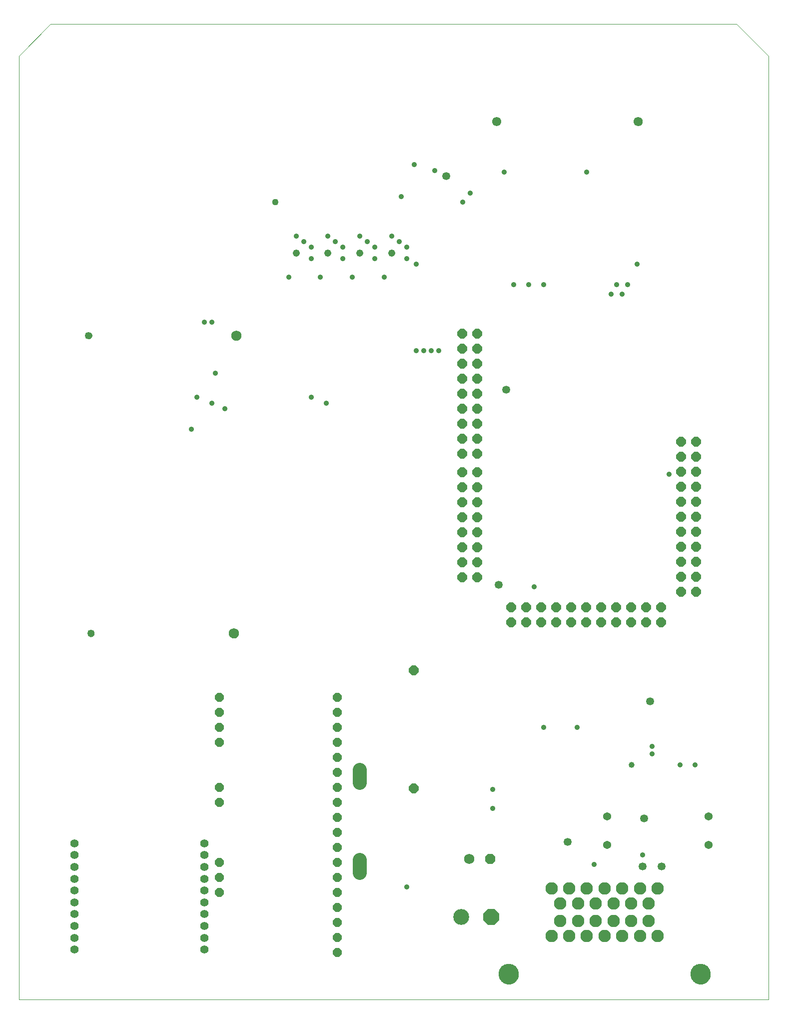
<source format=gbs>
G75*
G70*
%OFA0B0*%
%FSLAX24Y24*%
%IPPOS*%
%LPD*%
%AMOC8*
5,1,8,0,0,1.08239X$1,22.5*
%
%ADD10C,0.0000*%
%ADD11C,0.0560*%
%ADD12C,0.0611*%
%ADD13OC8,0.0651*%
%ADD14OC8,0.0690*%
%ADD15C,0.0690*%
%ADD16C,0.0945*%
%ADD17C,0.1060*%
%ADD18OC8,0.1060*%
%ADD19C,0.0690*%
%ADD20C,0.0493*%
%ADD21C,0.0828*%
%ADD22C,0.1359*%
%ADD23C,0.0540*%
%ADD24OC8,0.0591*%
%ADD25C,0.0350*%
%ADD26C,0.0532*%
%ADD27C,0.0476*%
%ADD28C,0.0397*%
%ADD29C,0.0436*%
D10*
X000100Y000160D02*
X050100Y000160D01*
X050100Y063035D01*
X047975Y065160D01*
X002225Y065160D01*
X000100Y063035D01*
X000100Y000160D01*
X004698Y024567D02*
X004700Y024596D01*
X004706Y024624D01*
X004715Y024652D01*
X004728Y024678D01*
X004745Y024701D01*
X004764Y024723D01*
X004786Y024742D01*
X004811Y024757D01*
X004837Y024770D01*
X004865Y024778D01*
X004893Y024783D01*
X004922Y024784D01*
X004951Y024781D01*
X004979Y024774D01*
X005006Y024764D01*
X005032Y024750D01*
X005055Y024733D01*
X005076Y024713D01*
X005094Y024690D01*
X005109Y024665D01*
X005120Y024638D01*
X005128Y024610D01*
X005132Y024581D01*
X005132Y024553D01*
X005128Y024524D01*
X005120Y024496D01*
X005109Y024469D01*
X005094Y024444D01*
X005076Y024421D01*
X005055Y024401D01*
X005032Y024384D01*
X005006Y024370D01*
X004979Y024360D01*
X004951Y024353D01*
X004922Y024350D01*
X004893Y024351D01*
X004865Y024356D01*
X004837Y024364D01*
X004811Y024377D01*
X004786Y024392D01*
X004764Y024411D01*
X004745Y024433D01*
X004728Y024456D01*
X004715Y024482D01*
X004706Y024510D01*
X004700Y024538D01*
X004698Y024567D01*
X014128Y024567D02*
X014130Y024602D01*
X014136Y024637D01*
X014146Y024671D01*
X014159Y024704D01*
X014176Y024735D01*
X014197Y024763D01*
X014220Y024790D01*
X014247Y024813D01*
X014275Y024834D01*
X014306Y024851D01*
X014339Y024864D01*
X014373Y024874D01*
X014408Y024880D01*
X014443Y024882D01*
X014478Y024880D01*
X014513Y024874D01*
X014547Y024864D01*
X014580Y024851D01*
X014611Y024834D01*
X014639Y024813D01*
X014666Y024790D01*
X014689Y024763D01*
X014710Y024735D01*
X014727Y024704D01*
X014740Y024671D01*
X014750Y024637D01*
X014756Y024602D01*
X014758Y024567D01*
X014756Y024532D01*
X014750Y024497D01*
X014740Y024463D01*
X014727Y024430D01*
X014710Y024399D01*
X014689Y024371D01*
X014666Y024344D01*
X014639Y024321D01*
X014611Y024300D01*
X014580Y024283D01*
X014547Y024270D01*
X014513Y024260D01*
X014478Y024254D01*
X014443Y024252D01*
X014408Y024254D01*
X014373Y024260D01*
X014339Y024270D01*
X014306Y024283D01*
X014275Y024300D01*
X014247Y024321D01*
X014220Y024344D01*
X014197Y024371D01*
X014176Y024399D01*
X014159Y024430D01*
X014146Y024463D01*
X014136Y024497D01*
X014130Y024532D01*
X014128Y024567D01*
X014285Y044410D02*
X014287Y044445D01*
X014293Y044480D01*
X014303Y044514D01*
X014316Y044547D01*
X014333Y044578D01*
X014354Y044606D01*
X014377Y044633D01*
X014404Y044656D01*
X014432Y044677D01*
X014463Y044694D01*
X014496Y044707D01*
X014530Y044717D01*
X014565Y044723D01*
X014600Y044725D01*
X014635Y044723D01*
X014670Y044717D01*
X014704Y044707D01*
X014737Y044694D01*
X014768Y044677D01*
X014796Y044656D01*
X014823Y044633D01*
X014846Y044606D01*
X014867Y044578D01*
X014884Y044547D01*
X014897Y044514D01*
X014907Y044480D01*
X014913Y044445D01*
X014915Y044410D01*
X014913Y044375D01*
X014907Y044340D01*
X014897Y044306D01*
X014884Y044273D01*
X014867Y044242D01*
X014846Y044214D01*
X014823Y044187D01*
X014796Y044164D01*
X014768Y044143D01*
X014737Y044126D01*
X014704Y044113D01*
X014670Y044103D01*
X014635Y044097D01*
X014600Y044095D01*
X014565Y044097D01*
X014530Y044103D01*
X014496Y044113D01*
X014463Y044126D01*
X014432Y044143D01*
X014404Y044164D01*
X014377Y044187D01*
X014354Y044214D01*
X014333Y044242D01*
X014316Y044273D01*
X014303Y044306D01*
X014293Y044340D01*
X014287Y044375D01*
X014285Y044410D01*
X004540Y044410D02*
X004542Y044439D01*
X004548Y044467D01*
X004557Y044495D01*
X004570Y044521D01*
X004587Y044544D01*
X004606Y044566D01*
X004628Y044585D01*
X004653Y044600D01*
X004679Y044613D01*
X004707Y044621D01*
X004735Y044626D01*
X004764Y044627D01*
X004793Y044624D01*
X004821Y044617D01*
X004848Y044607D01*
X004874Y044593D01*
X004897Y044576D01*
X004918Y044556D01*
X004936Y044533D01*
X004951Y044508D01*
X004962Y044481D01*
X004970Y044453D01*
X004974Y044424D01*
X004974Y044396D01*
X004970Y044367D01*
X004962Y044339D01*
X004951Y044312D01*
X004936Y044287D01*
X004918Y044264D01*
X004897Y044244D01*
X004874Y044227D01*
X004848Y044213D01*
X004821Y044203D01*
X004793Y044196D01*
X004764Y044193D01*
X004735Y044194D01*
X004707Y044199D01*
X004679Y044207D01*
X004653Y044220D01*
X004628Y044235D01*
X004606Y044254D01*
X004587Y044276D01*
X004570Y044299D01*
X004557Y044325D01*
X004548Y044353D01*
X004542Y044381D01*
X004540Y044410D01*
X031697Y058680D02*
X031699Y058713D01*
X031705Y058745D01*
X031714Y058776D01*
X031727Y058806D01*
X031744Y058834D01*
X031764Y058860D01*
X031787Y058884D01*
X031812Y058904D01*
X031840Y058922D01*
X031869Y058936D01*
X031900Y058946D01*
X031932Y058953D01*
X031965Y058956D01*
X031998Y058955D01*
X032030Y058950D01*
X032061Y058941D01*
X032092Y058929D01*
X032120Y058913D01*
X032147Y058894D01*
X032171Y058872D01*
X032192Y058847D01*
X032211Y058820D01*
X032226Y058791D01*
X032237Y058761D01*
X032245Y058729D01*
X032249Y058696D01*
X032249Y058664D01*
X032245Y058631D01*
X032237Y058599D01*
X032226Y058569D01*
X032211Y058540D01*
X032192Y058513D01*
X032171Y058488D01*
X032147Y058466D01*
X032120Y058447D01*
X032092Y058431D01*
X032061Y058419D01*
X032030Y058410D01*
X031998Y058405D01*
X031965Y058404D01*
X031932Y058407D01*
X031900Y058414D01*
X031869Y058424D01*
X031840Y058438D01*
X031812Y058456D01*
X031787Y058476D01*
X031764Y058500D01*
X031744Y058526D01*
X031727Y058554D01*
X031714Y058584D01*
X031705Y058615D01*
X031699Y058647D01*
X031697Y058680D01*
X041146Y058680D02*
X041148Y058713D01*
X041154Y058745D01*
X041163Y058776D01*
X041176Y058806D01*
X041193Y058834D01*
X041213Y058860D01*
X041236Y058884D01*
X041261Y058904D01*
X041289Y058922D01*
X041318Y058936D01*
X041349Y058946D01*
X041381Y058953D01*
X041414Y058956D01*
X041447Y058955D01*
X041479Y058950D01*
X041510Y058941D01*
X041541Y058929D01*
X041569Y058913D01*
X041596Y058894D01*
X041620Y058872D01*
X041641Y058847D01*
X041660Y058820D01*
X041675Y058791D01*
X041686Y058761D01*
X041694Y058729D01*
X041698Y058696D01*
X041698Y058664D01*
X041694Y058631D01*
X041686Y058599D01*
X041675Y058569D01*
X041660Y058540D01*
X041641Y058513D01*
X041620Y058488D01*
X041596Y058466D01*
X041569Y058447D01*
X041541Y058431D01*
X041510Y058419D01*
X041479Y058410D01*
X041447Y058405D01*
X041414Y058404D01*
X041381Y058407D01*
X041349Y058414D01*
X041318Y058424D01*
X041289Y058438D01*
X041261Y058456D01*
X041236Y058476D01*
X041213Y058500D01*
X041193Y058526D01*
X041176Y058554D01*
X041163Y058584D01*
X041154Y058615D01*
X041148Y058647D01*
X041146Y058680D01*
X044925Y001852D02*
X044927Y001902D01*
X044933Y001952D01*
X044943Y002002D01*
X044956Y002050D01*
X044973Y002098D01*
X044994Y002144D01*
X045018Y002188D01*
X045046Y002230D01*
X045077Y002270D01*
X045111Y002307D01*
X045148Y002342D01*
X045187Y002373D01*
X045228Y002402D01*
X045272Y002427D01*
X045318Y002449D01*
X045365Y002467D01*
X045413Y002481D01*
X045462Y002492D01*
X045512Y002499D01*
X045562Y002502D01*
X045613Y002501D01*
X045663Y002496D01*
X045713Y002487D01*
X045761Y002475D01*
X045809Y002458D01*
X045855Y002438D01*
X045900Y002415D01*
X045943Y002388D01*
X045983Y002358D01*
X046021Y002325D01*
X046056Y002289D01*
X046089Y002250D01*
X046118Y002209D01*
X046144Y002166D01*
X046167Y002121D01*
X046186Y002074D01*
X046201Y002026D01*
X046213Y001977D01*
X046221Y001927D01*
X046225Y001877D01*
X046225Y001827D01*
X046221Y001777D01*
X046213Y001727D01*
X046201Y001678D01*
X046186Y001630D01*
X046167Y001583D01*
X046144Y001538D01*
X046118Y001495D01*
X046089Y001454D01*
X046056Y001415D01*
X046021Y001379D01*
X045983Y001346D01*
X045943Y001316D01*
X045900Y001289D01*
X045855Y001266D01*
X045809Y001246D01*
X045761Y001229D01*
X045713Y001217D01*
X045663Y001208D01*
X045613Y001203D01*
X045562Y001202D01*
X045512Y001205D01*
X045462Y001212D01*
X045413Y001223D01*
X045365Y001237D01*
X045318Y001255D01*
X045272Y001277D01*
X045228Y001302D01*
X045187Y001331D01*
X045148Y001362D01*
X045111Y001397D01*
X045077Y001434D01*
X045046Y001474D01*
X045018Y001516D01*
X044994Y001560D01*
X044973Y001606D01*
X044956Y001654D01*
X044943Y001702D01*
X044933Y001752D01*
X044927Y001802D01*
X044925Y001852D01*
X032130Y001852D02*
X032132Y001902D01*
X032138Y001952D01*
X032148Y002002D01*
X032161Y002050D01*
X032178Y002098D01*
X032199Y002144D01*
X032223Y002188D01*
X032251Y002230D01*
X032282Y002270D01*
X032316Y002307D01*
X032353Y002342D01*
X032392Y002373D01*
X032433Y002402D01*
X032477Y002427D01*
X032523Y002449D01*
X032570Y002467D01*
X032618Y002481D01*
X032667Y002492D01*
X032717Y002499D01*
X032767Y002502D01*
X032818Y002501D01*
X032868Y002496D01*
X032918Y002487D01*
X032966Y002475D01*
X033014Y002458D01*
X033060Y002438D01*
X033105Y002415D01*
X033148Y002388D01*
X033188Y002358D01*
X033226Y002325D01*
X033261Y002289D01*
X033294Y002250D01*
X033323Y002209D01*
X033349Y002166D01*
X033372Y002121D01*
X033391Y002074D01*
X033406Y002026D01*
X033418Y001977D01*
X033426Y001927D01*
X033430Y001877D01*
X033430Y001827D01*
X033426Y001777D01*
X033418Y001727D01*
X033406Y001678D01*
X033391Y001630D01*
X033372Y001583D01*
X033349Y001538D01*
X033323Y001495D01*
X033294Y001454D01*
X033261Y001415D01*
X033226Y001379D01*
X033188Y001346D01*
X033148Y001316D01*
X033105Y001289D01*
X033060Y001266D01*
X033014Y001246D01*
X032966Y001229D01*
X032918Y001217D01*
X032868Y001208D01*
X032818Y001203D01*
X032767Y001202D01*
X032717Y001205D01*
X032667Y001212D01*
X032618Y001223D01*
X032570Y001237D01*
X032523Y001255D01*
X032477Y001277D01*
X032433Y001302D01*
X032392Y001331D01*
X032353Y001362D01*
X032316Y001397D01*
X032282Y001434D01*
X032251Y001474D01*
X032223Y001516D01*
X032199Y001560D01*
X032178Y001606D01*
X032161Y001654D01*
X032148Y001702D01*
X032138Y001752D01*
X032132Y001802D01*
X032130Y001852D01*
D11*
X012482Y003490D03*
X012482Y004277D03*
X012482Y005065D03*
X012482Y005852D03*
X012482Y006639D03*
X012482Y007427D03*
X012482Y008214D03*
X012482Y009002D03*
X012482Y009789D03*
X012482Y010576D03*
X003820Y010576D03*
X003820Y009789D03*
X003820Y009002D03*
X003820Y008214D03*
X003820Y007427D03*
X003820Y006639D03*
X003820Y005852D03*
X003820Y005065D03*
X003820Y004277D03*
X003820Y003490D03*
D12*
X031973Y058680D03*
X041422Y058680D03*
D13*
X030679Y044547D03*
X029679Y044547D03*
X029679Y043547D03*
X029679Y042547D03*
X030679Y042547D03*
X030679Y043547D03*
X030679Y041547D03*
X030679Y040547D03*
X029679Y040547D03*
X029679Y041547D03*
X029679Y039547D03*
X030679Y039547D03*
X030679Y038547D03*
X030679Y037547D03*
X029679Y037547D03*
X029679Y038547D03*
X029679Y036547D03*
X029677Y035291D03*
X030677Y035291D03*
X030679Y036547D03*
X030677Y034291D03*
X029677Y034291D03*
X029677Y033291D03*
X029677Y032291D03*
X030677Y032291D03*
X030677Y033291D03*
X030677Y031291D03*
X030677Y030291D03*
X029677Y030291D03*
X029677Y031291D03*
X029677Y029291D03*
X029677Y028291D03*
X030677Y028291D03*
X030677Y029291D03*
X032954Y026297D03*
X033954Y026297D03*
X034954Y026297D03*
X035954Y026297D03*
X036954Y026297D03*
X037954Y026297D03*
X038954Y026297D03*
X039954Y026297D03*
X040954Y026297D03*
X041954Y026297D03*
X042954Y026297D03*
X042954Y025297D03*
X041954Y025297D03*
X040954Y025297D03*
X039954Y025297D03*
X038954Y025297D03*
X037954Y025297D03*
X036954Y025297D03*
X035954Y025297D03*
X034954Y025297D03*
X033954Y025297D03*
X032954Y025297D03*
X026450Y022093D03*
X026450Y014219D03*
X044292Y027334D03*
X045292Y027334D03*
X045292Y028334D03*
X045292Y029334D03*
X045292Y030334D03*
X045292Y031334D03*
X045292Y032334D03*
X045292Y033334D03*
X045292Y034334D03*
X045292Y035334D03*
X045292Y036334D03*
X045292Y037334D03*
X044292Y037334D03*
X044292Y036334D03*
X044292Y035334D03*
X044292Y034334D03*
X044292Y033334D03*
X044292Y032334D03*
X044292Y031334D03*
X044292Y030334D03*
X044292Y029334D03*
X044292Y028334D03*
D14*
X031550Y009535D03*
D15*
X030150Y009535D03*
D16*
X022850Y009478D02*
X022850Y008593D01*
X022850Y014593D02*
X022850Y015478D01*
D17*
X029600Y005660D03*
D18*
X031600Y005660D03*
D19*
X014443Y024567D03*
X014600Y044410D03*
D20*
X004757Y044410D03*
X004915Y024567D03*
D21*
X035634Y007557D03*
X036225Y006572D03*
X036816Y007557D03*
X037406Y006572D03*
X037997Y007557D03*
X038587Y006572D03*
X039178Y007557D03*
X039768Y006572D03*
X040359Y007557D03*
X040949Y006572D03*
X041540Y007557D03*
X042131Y006572D03*
X042721Y007557D03*
X042131Y005391D03*
X042721Y004407D03*
X041540Y004407D03*
X040949Y005391D03*
X040359Y004407D03*
X039768Y005391D03*
X039178Y004407D03*
X038587Y005391D03*
X037997Y004407D03*
X037406Y005391D03*
X036816Y004407D03*
X036225Y005391D03*
X035634Y004407D03*
D22*
X032780Y001852D03*
X045575Y001852D03*
D23*
X046100Y010460D03*
X046100Y012360D03*
X039350Y012360D03*
X039350Y010460D03*
D24*
X021350Y010285D03*
X021350Y009285D03*
X021350Y008285D03*
X021350Y007285D03*
X021350Y006285D03*
X021350Y005285D03*
X021350Y004285D03*
X021350Y003285D03*
X021350Y011285D03*
X021350Y012285D03*
X021350Y013285D03*
X021350Y014285D03*
X021350Y015285D03*
X021350Y016285D03*
X021350Y017285D03*
X021350Y018285D03*
X021350Y019285D03*
X021350Y020285D03*
X013475Y020285D03*
X013475Y019285D03*
X013475Y018285D03*
X013475Y017285D03*
X013475Y014285D03*
X013475Y013285D03*
X013475Y009285D03*
X013475Y008285D03*
X013475Y007285D03*
D25*
X025975Y007660D03*
X031725Y012910D03*
X031725Y014160D03*
X035100Y018285D03*
X037350Y018285D03*
X042350Y017035D03*
X042350Y016535D03*
X044225Y015785D03*
X045225Y015785D03*
X041725Y009785D03*
X038475Y009160D03*
X034475Y027660D03*
X043475Y035160D03*
X040350Y047160D03*
X039975Y047785D03*
X039600Y047160D03*
X040725Y047785D03*
X041350Y049160D03*
X037975Y055285D03*
X032475Y055285D03*
X030225Y053910D03*
X029725Y053285D03*
X027850Y055410D03*
X026475Y055785D03*
X025600Y053660D03*
X024975Y051035D03*
X025475Y050660D03*
X025975Y050285D03*
X025975Y049535D03*
X026600Y049160D03*
X024475Y048285D03*
X023850Y049535D03*
X023850Y050285D03*
X023350Y050660D03*
X022850Y051035D03*
X021725Y050285D03*
X021225Y050660D03*
X020725Y051035D03*
X019600Y050285D03*
X019100Y050660D03*
X018600Y051035D03*
X019600Y049535D03*
X020225Y048285D03*
X021725Y049535D03*
X022350Y048285D03*
X018100Y048285D03*
X013225Y041910D03*
X012975Y039910D03*
X013850Y039535D03*
X011975Y040285D03*
X011600Y038160D03*
X012475Y045285D03*
X012975Y045285D03*
X019600Y040285D03*
X020600Y039910D03*
X026600Y043410D03*
X027100Y043410D03*
X027600Y043410D03*
X028100Y043410D03*
X033100Y047785D03*
X034100Y047785D03*
X035100Y047785D03*
D26*
X032600Y040785D03*
X032100Y027785D03*
X042225Y020035D03*
X041810Y012229D03*
X041725Y009035D03*
X042975Y009035D03*
X036711Y010674D03*
X028600Y055035D03*
D27*
X024975Y049910D03*
X022850Y049910D03*
X020725Y049910D03*
X018600Y049910D03*
D28*
X040975Y015785D03*
D29*
X017225Y053285D03*
M02*

</source>
